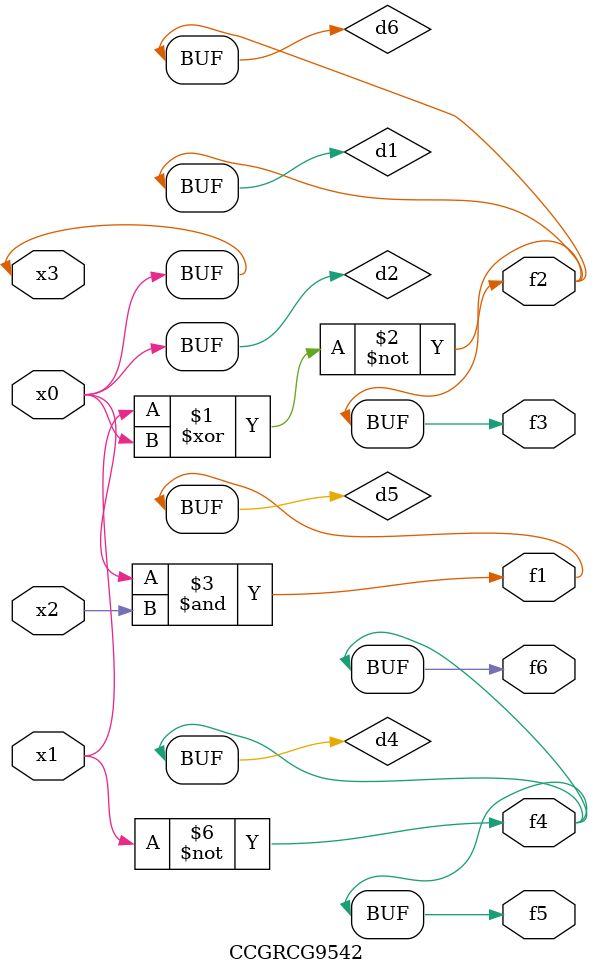
<source format=v>
module CCGRCG9542(
	input x0, x1, x2, x3,
	output f1, f2, f3, f4, f5, f6
);

	wire d1, d2, d3, d4, d5, d6;

	xnor (d1, x1, x3);
	buf (d2, x0, x3);
	nand (d3, x0, x2);
	not (d4, x1);
	nand (d5, d3);
	or (d6, d1);
	assign f1 = d5;
	assign f2 = d6;
	assign f3 = d6;
	assign f4 = d4;
	assign f5 = d4;
	assign f6 = d4;
endmodule

</source>
